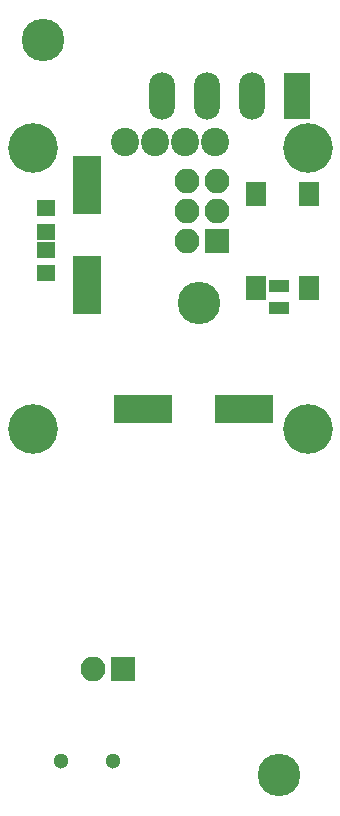
<source format=gbr>
G04 #@! TF.FileFunction,Soldermask,Bot*
%FSLAX46Y46*%
G04 Gerber Fmt 4.6, Leading zero omitted, Abs format (unit mm)*
G04 Created by KiCad (PCBNEW 4.0.5) date 03/28/17 16:53:09*
%MOMM*%
%LPD*%
G01*
G04 APERTURE LIST*
%ADD10C,0.100000*%
%ADD11R,1.650000X1.400000*%
%ADD12C,1.300000*%
%ADD13R,2.100000X2.100000*%
%ADD14O,2.100000X2.100000*%
%ADD15R,1.700000X1.100000*%
%ADD16R,4.900000X2.400000*%
%ADD17R,2.400000X4.900000*%
%ADD18C,2.400000*%
%ADD19C,4.200000*%
%ADD20R,1.800000X2.000000*%
%ADD21R,2.200000X4.000000*%
%ADD22O,2.200000X4.000000*%
%ADD23C,3.600000*%
G04 APERTURE END LIST*
D10*
D11*
X128750000Y-72000000D03*
X128750000Y-74000000D03*
X128750000Y-70500000D03*
X128750000Y-68500000D03*
D12*
X130050000Y-115300000D03*
X134450000Y-115300000D03*
D13*
X135250000Y-107500000D03*
D14*
X132710000Y-107500000D03*
D15*
X148500000Y-75050000D03*
X148500000Y-76950000D03*
D16*
X137000000Y-85500000D03*
X145500000Y-85500000D03*
D17*
X132250000Y-75000000D03*
X132250000Y-66500000D03*
D13*
X143250000Y-71250000D03*
D14*
X140710000Y-71250000D03*
X143250000Y-68710000D03*
X140710000Y-68710000D03*
X143250000Y-66170000D03*
X140710000Y-66170000D03*
D18*
X143060000Y-62850000D03*
X140520000Y-62850000D03*
X137980000Y-62850000D03*
X135440000Y-62850000D03*
D19*
X150900000Y-63400000D03*
X127650000Y-63400000D03*
X127650000Y-87150000D03*
X150900000Y-87150000D03*
D20*
X151000000Y-67250000D03*
X151000000Y-75250000D03*
X146500000Y-67250000D03*
X146500000Y-75250000D03*
D21*
X150000000Y-59000000D03*
D22*
X146190000Y-59000000D03*
X142380000Y-59000000D03*
X138570000Y-59000000D03*
D23*
X128500000Y-54250000D03*
X141750000Y-76500000D03*
X148500000Y-116500000D03*
M02*

</source>
